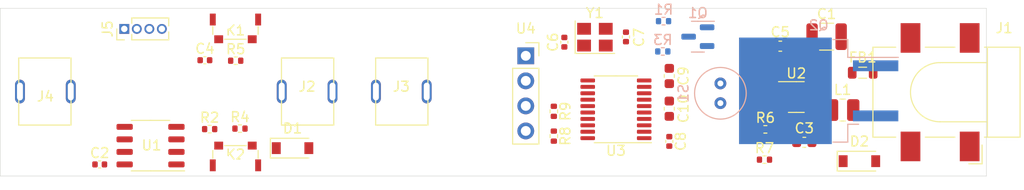
<source format=kicad_pcb>
(kicad_pcb (version 20211014) (generator pcbnew)
  (layers (0 "F.Cu" mixed) (31 "B.Cu" mixed) (34 "B.Paste" user) (35 "F.Paste" user) (36 "B.SilkS" user "B.Silkscreen") (37 "F.SilkS" user "F.Silkscreen") (38 "B.Mask" user) (39 "F.Mask" user) (44 "Edge.Cuts" user))
  (net 0 "")
  (net 1 "GND")
  (net 2 "+15V")
  (net 3 "/NRST")
  (net 4 "/TEMP_ADC")
  (net 5 "/Iron+")
  (net 6 "Net-(Q1-Pad3)")
  (net 7 "Net-(Q1-Pad1)")
  (net 8 "/PWM")
  (net 9 "+5V")
  (net 10 "/SDA")
  (net 11 "/SCL")
  (net 12 "/WAK_UP")
  (net 13 "/KEY1")
  (net 14 "/KEY2")
  (net 15 "Net-(C3-Pad2)")
  (net 16 "Net-(C3-Pad1)")
  (net 17 "Net-(C4-Pad2)")
  (net 18 "/HSE_IN")
  (net 19 "Net-(C9-Pad1)")
  (net 20 "Net-(FB1-Pad2)")
  (net 21 "/SWIM")
  (net 22 "Net-(R2-Pad1)")
  (net 23 "Net-(R6-Pad1)")
  (net 24 "/HSE_OUT")
  (footprint "ts100:Fuseholder_5x20mm_inline" (layer "F.Cu") (at 126.6476 100.9396 180)
    (fp_text reference "J2" (at 0 0.5) (layer "F.SilkS"))
    (fp_text value "Iron+")
    (fp_line (start -2.70002 -3.40106) (end -2.70002 3.40106) (layer "F.SilkS") (width 0.12))
    (fp_line (start 2.60096 3.40106) (end -2.70002 3.40106) (layer "F.SilkS") (width 0.12))
    (fp_line (start 2.60096 -3.40106) (end -2.70002 -3.40106) (layer "F.SilkS") (width 0.12))
    (fp_line (start 2.60096 -3.40106) (end 2.60096 3.40106) (layer "F.SilkS") (width 0.12))
    (pad "1" thru_hole oval (at 2.57556 0 180) (size 1.00076 2.4003) (drill oval 0.59944 1.79832) (layers *.Cu *.Mask) (net 5 "/Iron+"))
    (pad "1" thru_hole oval (at -2.57556 0 180) (size 1.00076 2.4003) (drill oval 0.59944 1.79832) (layers *.Cu *.Mask) (net 5 "/Iron+"))
  )
  (footprint "ts100:Fuseholder_5x20mm_inline" (layer "F.Cu") (at 136.198 100.9396 180)
    (fp_text reference "J3" (at 0 0.5) (layer "F.SilkS"))
    (fp_text value "Iron-")
    (fp_line (start 2.60096 3.40106) (end -2.70002 3.40106) (layer "F.SilkS") (width 0.12))
    (fp_line (start 2.60096 -3.40106) (end -2.70002 -3.40106) (layer "F.SilkS") (width 0.12))
    (fp_line (start 2.60096 -3.40106) (end 2.60096 3.40106) (layer "F.SilkS") (width 0.12))
    (fp_line (start -2.70002 -3.40106) (end -2.70002 3.40106) (layer "F.SilkS") (width 0.12))
    (pad "1" thru_hole oval (at -2.57556 0 180) (size 1.00076 2.4003) (drill oval 0.59944 1.79832) (layers *.Cu *.Mask) (net 1 "GND"))
    (pad "1" thru_hole oval (at 2.57556 0 180) (size 1.00076 2.4003) (drill oval 0.59944 1.79832) (layers *.Cu *.Mask) (net 1 "GND"))
  )
  (footprint "ts100:Fuseholder_5x20mm_inline" (layer "F.Cu") (at 100.1046 100.9396)
    (fp_text reference "J4" (at 0 0.5) (layer "F.SilkS"))
    (fp_text value "GND")
    (fp_line (start 2.60096 -3.40106) (end 2.60096 3.40106) (layer "F.SilkS") (width 0.12))
    (fp_line (start 2.60096 3.40106) (end -2.70002 3.40106) (layer "F.SilkS") (width 0.12))
    (fp_line (start -2.70002 -3.40106) (end -2.70002 3.40106) (layer "F.SilkS") (width 0.12))
    (fp_line (start 2.60096 -3.40106) (end -2.70002 -3.40106) (layer "F.SilkS") (width 0.12))
    (pad "1" thru_hole oval (at -2.57556 0) (size 1.00076 2.4003) (drill oval 0.59944 1.79832) (layers *.Cu *.Mask) (net 1 "GND"))
    (pad "1" thru_hole oval (at 2.57556 0) (size 1.00076 2.4003) (drill oval 0.59944 1.79832) (layers *.Cu *.Mask) (net 1 "GND"))
  )
  (footprint "Capacitor_SMD:C_0402_1005Metric" (layer "F.Cu") (at 105.6158 108.331)
    (fp_text reference "C2" (at 0 -1.16) (layer "F.SilkS"))
    (fp_text value "0.1u")
    (fp_line (start -0.107836 -0.36) (end 0.107836 -0.36) (layer "F.SilkS") (width 0.12))
    (fp_line (start -0.107836 0.36) (end 0.107836 0.36) (layer "F.SilkS") (width 0.12))
    (pad "1" smd roundrect (at -0.48 0) (size 0.56 0.62) (layers "F.Cu" "F.Paste" "F.Mask") (net 1 "GND"))
    (pad "2" smd roundrect (at 0.48 0) (size 0.56 0.62) (layers "F.Cu" "F.Paste" "F.Mask") (net 9 "+5V"))
  )
  (footprint "ts100:SMD,4.6x1.82x3.5mm" (layer "F.Cu") (at 119.38 107.823 180)
    (fp_text reference "K2" (at 0 0.5) (layer "F.SilkS"))
    (fp_text value "TMP_DOWN")
    (fp_line (start -1.1 1.4) (end 1.1 1.4) (layer "F.SilkS") (width 0.12))
    (fp_line (start 2.3 0.1) (end 2.3 0.9) (layer "F.SilkS") (width 0.12))
    (fp_line (start -2.3 0.1) (end -2.3 0.9) (layer "F.SilkS") (width 0.12))
    (pad "" np_thru_hole circle locked (at -0.85 0 180) (size 0.7 0.7) (drill 0.7) (layers *.Cu *.Mask))
    (pad "" np_thru_hole circle locked (at 0.85 0 180) (size 0.7 0.7) (drill 0.7) (layers *.Cu *.Mask))
    (pad "1" smd rect locked (at 2.3 -0.6 180) (size 0.6 1.2) (layers "F.Cu" "F.Paste" "F.Mask") (net 14 "/KEY2"))
    (pad "2" smd rect locked (at -2.3 -0.6 180) (size 0.6 1.2) (layers "F.Cu" "F.Paste" "F.Mask") (net 1 "GND"))
    (pad "3" smd rect locked (at -1.7 1.4 180) (size 0.9 0.8) (layers "F.Cu" "F.Paste" "F.Mask"))
    (pad "4" smd rect locked (at 1.7 1.4 180) (size 0.9 0.8) (layers "F.Cu" "F.Paste" "F.Mask"))
  )
  (footprint "Capacitor_SMD:C_0402_1005Metric" (layer "F.Cu") (at 116.2812 97.7646)
    (fp_text reference "C4" (at 0 -1.16) (layer "F.SilkS"))
    (fp_text value "2.2n")
    (fp_line (start -0.107836 0.36) (end 0.107836 0.36) (layer "F.SilkS") (width 0.12))
    (fp_line (start -0.107836 -0.36) (end 0.107836 -0.36) (layer "F.SilkS") (width 0.12))
    (pad "1" smd roundrect (at -0.48 0) (size 0.56 0.62) (layers "F.Cu" "F.Paste" "F.Mask") (net 1 "GND"))
    (pad "2" smd roundrect (at 0.48 0) (size 0.56 0.62) (layers "F.Cu" "F.Paste" "F.Mask") (net 17 "Net-(C4-Pad2)"))
  )
  (footprint "Resistor_SMD:R_0402_1005Metric" (layer "F.Cu") (at 173.0248 107.8484)
    (fp_text reference "R7" (at 0 -1.17) (layer "F.SilkS"))
    (fp_text value "13k 1%")
    (fp_line (start -0.153641 0.38) (end 0.153641 0.38) (layer "F.SilkS") (width 0.12))
    (fp_line (start -0.153641 -0.38) (end 0.153641 -0.38) (layer "F.SilkS") (width 0.12))
    (pad "1" smd roundrect (at -0.51 0) (size 0.54 0.64) (layers "F.Cu" "F.Paste" "F.Mask") (net 1 "GND"))
    (pad "2" smd roundrect (at 0.51 0) (size 0.54 0.64) (layers "F.Cu" "F.Paste" "F.Mask") (net 23 "Net-(R6-Pad1)"))
  )
  (footprint "ts100:SMD,4.6x1.82x3.5mm" (layer "F.Cu") (at 119.38 94.2388)
    (fp_text reference "K1" (at 0 0.5) (layer "F.SilkS"))
    (fp_text value "TMP_UP")
    (fp_line (start 2.3 0.1) (end 2.3 0.9) (layer "F.SilkS") (width 0.12))
    (fp_line (start -1.1 1.4) (end 1.1 1.4) (layer "F.SilkS") (width 0.12))
    (fp_line (start -2.3 0.1) (end -2.3 0.9) (layer "F.SilkS") (width 0.12))
    (pad "" np_thru_hole circle locked (at -0.85 0) (size 0.7 0.7) (drill 0.7) (layers *.Cu *.Mask))
    (pad "" np_thru_hole circle locked (at 0.85 0) (size 0.7 0.7) (drill 0.7) (layers *.Cu *.Mask))
    (pad "1" smd rect locked (at 2.3 -0.6) (size 0.6 1.2) (layers "F.Cu" "F.Paste" "F.Mask") (net 13 "/KEY1"))
    (pad "2" smd rect locked (at -2.3 -0.6) (size 0.6 1.2) (layers "F.Cu" "F.Paste" "F.Mask") (net 1 "GND"))
    (pad "3" smd rect locked (at -1.7 1.4) (size 0.9 0.8) (layers "F.Cu" "F.Paste" "F.Mask"))
    (pad "4" smd rect locked (at 1.7 1.4) (size 0.9 0.8) (layers "F.Cu" "F.Paste" "F.Mask"))
  )
  (footprint "Capacitor_SMD:C_0603_1608Metric" (layer "F.Cu") (at 163.3728 102.6795 -90)
    (fp_text reference "C10" (at 0 -1.43 90) (layer "F.SilkS"))
    (fp_text value "0.1u")
    (fp_line (start -0.14058 -0.51) (end 0.14058 -0.51) (layer "F.SilkS") (width 0.12))
    (fp_line (start -0.14058 0.51) (end 0.14058 0.51) (layer "F.SilkS") (width 0.12))
    (pad "1" smd roundrect (at -0.775 0 270) (size 0.9 0.95) (layers "F.Cu" "F.Paste" "F.Mask") (net 1 "GND"))
    (pad "2" smd roundrect (at 0.775 0 270) (size 0.9 0.95) (layers "F.Cu" "F.Paste" "F.Mask") (net 9 "+5V"))
  )
  (footprint "Diode_SMD:D_SOD-123" (layer "F.Cu") (at 125.1712 106.68)
    (fp_text reference "D1" (at 0 -2) (layer "F.SilkS"))
    (fp_text value "1N5819")
    (fp_line (start -2.25 1) (end 1.65 1) (layer "F.SilkS") (width 0.12))
    (fp_line (start -2.25 -1) (end 1.65 -1) (layer "F.SilkS") (width 0.12))
    (fp_line (start -2.25 -1) (end -2.25 1) (layer "F.SilkS") (width 0.12))
    (pad "1" smd rect (at -1.65 0) (size 0.9 1.2) (layers "F.Cu" "F.Paste" "F.Mask") (net 17 "Net-(C4-Pad2)"))
    (pad "2" smd rect (at 1.65 0) (size 0.9 1.2) (layers "F.Cu" "F.Paste" "F.Mask") (net 1 "GND"))
  )
  (footprint "Capacitor_SMD:C_0402_1005Metric" (layer "F.Cu") (at 163.3728 105.9942 -90)
    (fp_text reference "C8" (at 0 -1.16 -90) (layer "F.SilkS"))
    (fp_text value "0.1u")
    (fp_line (start -0.107836 -0.36) (end 0.107836 -0.36) (layer "F.SilkS") (width 0.12))
    (fp_line (start -0.107836 0.36) (end 0.107836 0.36) (layer "F.SilkS") (width 0.12))
    (pad "1" smd roundrect (at -0.48 0 270) (size 0.56 0.62) (layers "F.Cu" "F.Paste" "F.Mask") (net 1 "GND"))
    (pad "2" smd roundrect (at 0.48 0 270) (size 0.56 0.62) (layers "F.Cu" "F.Paste" "F.Mask") (net 3 "/NRST"))
  )
  (footprint "Resistor_SMD:R_0402_1005Metric" (layer "F.Cu") (at 116.7638 104.7496)
    (fp_text reference "R2" (at 0 -1.17) (layer "F.SilkS"))
    (fp_text value "200k")
    (fp_line (start -0.153641 -0.38) (end 0.153641 -0.38) (layer "F.SilkS") (width 0.12))
    (fp_line (start -0.153641 0.38) (end 0.153641 0.38) (layer "F.SilkS") (width 0.12))
    (pad "1" smd roundrect (at -0.51 0) (size 0.54 0.64) (layers "F.Cu" "F.Paste" "F.Mask") (net 22 "Net-(R2-Pad1)"))
    (pad "2" smd roundrect (at 0.51 0) (size 0.54 0.64) (layers "F.Cu" "F.Paste" "F.Mask") (net 4 "/TEMP_ADC"))
  )
  (footprint "Capacitor_SMD:C_1210_3225Metric" (layer "F.Cu") (at 179.324 95.377)
    (fp_text reference "C1" (at 0 -2.3) (layer "F.SilkS"))
    (fp_text value "10u 50V")
    (fp_line (start -0.711252 -1.36) (end 0.711252 -1.36) (layer "F.SilkS") (width 0.12))
    (fp_line (start -0.711252 1.36) (end 0.711252 1.36) (layer "F.SilkS") (width 0.12))
    (pad "1" smd roundrect (at -1.475 0) (size 1.15 2.7) (layers "F.Cu" "F.Paste" "F.Mask") (roundrect_rratio 0.217391) (net 2 "+15V"))
    (pad "2" smd roundrect (at 1.475 0) (size 1.15 2.7) (layers "F.Cu" "F.Paste" "F.Mask") (roundrect_rratio 0.217391) (net 1 "GND"))
  )
  (footprint "Capacitor_SMD:C_0603_1608Metric" (layer "F.Cu") (at 174.625 96.3422)
    (fp_text reference "C5" (at 0 -1.43) (layer "F.SilkS"))
    (fp_text value "22u 6.3V")
    (fp_line (start -0.14058 -0.51) (end 0.14058 -0.51) (layer "F.SilkS") (width 0.12))
    (fp_line (start -0.14058 0.51) (end 0.14058 0.51) (layer "F.SilkS") (width 0.12))
    (pad "1" smd roundrect (at -0.775 0) (size 0.9 0.95) (layers "F.Cu" "F.Paste" "F.Mask") (net 9 "+5V"))
    (pad "2" smd roundrect (at 0.775 0) (size 0.9 0.95) (layers "F.Cu" "F.Paste" "F.Mask") (net 1 "GND"))
  )
  (footprint "Resistor_SMD:R_0402_1005Metric" (layer "F.Cu") (at 173.1142 104.775)
    (fp_text reference "R6" (at 0 -1.17) (layer "F.SilkS"))
    (fp_text value "68k 1%")
    (fp_line (start -0.153641 -0.38) (end 0.153641 -0.38) (layer "F.SilkS") (width 0.12))
    (fp_line (start -0.153641 0.38) (end 0.153641 0.38) (layer "F.SilkS") (width 0.12))
    (pad "1" smd roundrect (at -0.51 0) (size 0.54 0.64) (layers "F.Cu" "F.Paste" "F.Mask") (net 23 "Net-(R6-Pad1)"))
    (pad "2" smd roundrect (at 0.51 0) (size 0.54 0.64) (layers "F.Cu" "F.Paste" "F.Mask") (net 9 "+5V"))
  )
  (footprint "Connector_PinSocket_2.54mm:PinSocket_1x04_P2.54mm_Vertical" (layer "F.Cu") (at 148.8182 97.3174)
    (fp_text reference "U4" (at 0 -2.77) (layer "F.SilkS"))
    (fp_text value "128x32 OLED")
    (fp_line (start -1.33 8.95) (end 1.33 8.95) (layer "F.SilkS") (width 0.12))
    (fp_line (start 1.33 1.27) (end 1.33 8.95) (layer "F.SilkS") (width 0.12))
    (fp_line (start -1.33 1.27) (end 1.33 1.27) (layer "F.SilkS") (width 0.12))
    (fp_line (start 0 -1.33) (end 1.33 -1.33) (layer "F.SilkS") (width 0.12))
    (fp_line (start 1.33 -1.33) (end 1.33 0) (layer "F.SilkS") (width 0.12))
    (fp_line (start -1.33 1.27) (end -1.33 8.95) (layer "F.SilkS") (width 0.12))
    (pad "1" thru_hole rect (at 0 0) (size 1.7 1.7) (drill 1) (layers *.Cu *.Mask) (net 1 "GND"))
    (pad "2" thru_hole oval (at 0 2.54) (size 1.7 1.7) (drill 1) (layers *.Cu *.Mask) (net 9 "+5V"))
    (pad "3" thru_hole oval (at 0 5.08) (size 1.7 1.7) (drill 1) (layers *.Cu *.Mask) (net 11 "/SCL"))
    (pad "4" thru_hole oval (at 0 7.62) (size 1.7 1.7) (drill 1) (layers *.Cu *.Mask) (net 10 "/SDA"))
  )
  (footprint "Connector_BarrelJack:BarrelJack_CLIFF_FC681465S_SMT_Horizontal" (layer "F.Cu") (at 190.8302 101.0068 180)
    (fp_text reference "J1" (at -6.5 6.5) (layer "F.SilkS"))
    (fp_text value "Jack-DC")
    (fp_line (start -1.5 -4.56) (end 1.5 -4.56) (layer "F.SilkS") (width 0.12))
    (fp_line (start -8.11 4.56) (end -8.11 -4.56) (layer "F.SilkS") (width 0.12))
    (fp_line (start -8.11 4.56) (end -4.5 4.56) (layer "F.SilkS") (width 0.12))
    (fp_line (start 4.5 4.56) (end 6.81 4.56) (layer "F.SilkS") (width 0.12))
    (fp_line (start -4.8 4.56) (end -4.8 -4.56) (layer "F.SilkS") (width 0.12))
    (fp_line (start -4.8 -3) (end 0 -3) (layer "F.SilkS") (width 0.12))
    (fp_line (start -2.92 -7.26) (end -4.26 -7.26) (layer "F.SilkS") (width 0.12))
    (fp_line (start -4.26 -7.26) (end -4.26 -5.36) (layer "F.SilkS") (width 0.12))
    (fp_line (start 4.5 -4.56) (end 6.81 -4.56) (layer "F.SilkS") (width 0.12))
    (fp_line (start -4.8 3) (end 0 3) (layer "F.SilkS") (width 0.12))
    (fp_line (start 6.81 4.56) (end 6.81 -4.56) (layer "F.SilkS") (width 0.12))
    (fp_line (start -1.5 4.56) (end 1.5 4.56) (layer "F.SilkS") (width 0.12))
    (fp_line (start -8.11 -4.56) (end -4.5 -4.56) (layer "F.SilkS") (width 0.12))
    (fp_arc (start 0 -3) (mid 3 0) (end 0 3) (layer "F.SilkS") (width 0.12))
    (pad "" np_thru_hole circle (at 1.5 0 270) (size 2 2) (drill 2) (layers *.Cu *.Mask))
    (pad "" np_thru_hole oval (at -2.9 0 270) (size 2 1.5) (drill oval 2 1.5) (layers *.Cu *.Mask))
    (pad "1" smd rect (at -3 -5.5 270) (size 3 2) (layers "F.Cu" "F.Paste" "F.Mask") (net 20 "Net-(FB1-Pad2)"))
    (pad "1" smd rect (at 3 -5.5 270) (size 3 2) (layers "F.Cu" "F.Paste" "F.Mask") (net 20 "Net-(FB1-Pad2)"))
    (pad "2" smd rect (at 3 5.5 270) (size 3 2) (layers "F.Cu" "F.Paste" "F.Mask") (net 1 "GND"))
    (pad "3" smd rect (at -3 5.5 270) (size 3 2) (layers "F.Cu" "F.Paste" "F.Mask"))
  )
  (footprint "Resistor_SMD:R_0402_1005Metric" (layer "F.Cu") (at 119.4054 97.8154)
    (fp_text reference "R5" (at 0 -1.17) (layer "F.SilkS"))
    (fp_text value "10k")
    (fp_line (start -0.153641 -0.38) (end 0.153641 -0.38) (layer "F.SilkS") (width 0.12))
    (fp_line (start -0.153641 0.38) (end 0.153641 0.38) (layer "F.SilkS") (width 0.12))
    (pad "1" smd roundrect (at -0.51 0) (size 0.54 0.64) (layers "F.Cu" "F.Paste" "F.Mask") (net 5 "/Iron+"))
    (pad "2" smd roundrect (at 0.51 0) (size 0.54 0.64) (layers "F.Cu" "F.Paste" "F.Mask") (net 17 "Net-(C4-Pad2)"))
  )
  (footprint "Package_TO_SOT_SMD:SOT-23-6" (layer "F.Cu") (at 176.2506 101.4984)
    (fp_text reference "U2" (at 0 -2.4) (layer "F.SilkS"))
    (fp_text value "MP2359DJ-LF-Z")
    (fp_line (start 0 1.56) (end -0.8 1.56) (layer "F.SilkS") (width 0.12))
    (fp_line (start 0 1.56) (end 0.8 1.56) (layer "F.SilkS") (width 0.12))
    (fp_line (start 0 -1.56) (end -1.8 -1.56) (layer "F.SilkS") (width 0.12))
    (fp_line (start 0 -1.56) (end 0.8 -1.56) (layer "F.SilkS") (width 0.12))
    (pad "1" smd roundrect (at -1.1375 -0.95) (size 1.325 0.6) (layers "F.Cu" "F.Paste" "F.Mask") (net 15 "Net-(C3-Pad2)"))
    (pad "2" smd roundrect (at -1.1375 0) (size 1.325 0.6) (layers "F.Cu" "F.Paste" "F.Mask") (net 1 "GND"))
    (pad "3" smd roundrect (at -1.1375 0.95) (size 1.325 0.6) (layers "F.Cu" "F.Paste" "F.Mask") (net 23 "Net-(R6-Pad1)"))
    (pad "4" smd roundrect (at 1.1375 0.95) (size 1.325 0.6) (layers "F.Cu" "F.Paste" "F.Mask") (net 2 "+15V"))
    (pad "5" smd roundrect (at 1.1375 0) (size 1.325 0.6) (layers "F.Cu" "F.Paste" "F.Mask") (net 2 "+15V"))
    (pad "6" smd roundrect (at 1.1375 -0.95) (size 1.325 0.6) (layers "F.Cu" "F.Paste" "F.Mask") (net 16 "Net-(C3-Pad1)"))
  )
  (footprint "Package_SO:TSSOP-20_4.4x6.5mm_P0.65mm" (layer "F.Cu") (at 157.9626 102.743 180)
    (fp_text reference "U3" (at 0 -4.2) (layer "F.SilkS"))
    (fp_text value "STM8S103F3")
    (fp_line (start 0 -3.385) (end 2.2 -3.385) (layer "F.SilkS") (width 0.12))
    (fp_line (start 0 3.385) (end 2.2 3.385) (layer "F.SilkS") (width 0.12))
    (fp_line (start 0 -3.385) (end -3.6 -3.385) (layer "F.SilkS") (width 0.12))
    (fp_line (start 0 3.385) (end -2.2 3.385) (layer "F.SilkS") (width 0.12))
    (pad "1" smd roundrect (at -2.8625 -2.925 180) (size 1.475 0.4) (layers "F.Cu" "F.Paste" "F.Mask") (net 13 "/KEY1"))
    (pad "2" smd roundrect (at -2.8625 -2.275 180) (size 1.475 0.4) (layers "F.Cu" "F.Paste" "F.Mask") (net 14 "/KEY2"))
    (pad "3" smd roundrect (at -2.8625 -1.625 180) (size 1.475 0.4) (layers "F.Cu" "F.Paste" "F.Mask") (net 12 "/WAK_UP"))
    (pad "4" smd roundrect (at -2.8625 -0.975 180) (size 1.475 0.4) (layers "F.Cu" "F.Paste" "F.Mask") (net 3 "/NRST"))
    (pad "5" smd roundrect (at -2.8625 -0.325 180) (size 1.475 0.4) (layers "F.Cu" "F.Paste" "F.Mask") (net 18 "/HSE_IN"))
    (pad "6" smd roundrect (at -2.8625 0.325 180) (size 1.475 0.4) (layers "F.Cu" "F.Paste" "F.Mask") (net 24 "/HSE_OUT"))
    (pad "7" smd roundrect (at -2.8625 0.975 180) (size 1.475 0.4) (layers "F.Cu" "F.Paste" "F.Mask") (net 1 "GND"))
    (pad "8" smd roundrect (at -2.8625 1.625 180) (size 1.475 0.4) (layers "F.Cu" "F.Paste" "F.Mask") (net 19 "Net-(C9-Pad1)"))
    (pad "9" smd roundrect (at -2.8625 2.275 180) (size 1.475 0.4) (layers "F.Cu" "F.Paste" "F.Mask") (net 9 "+5V"))
    (pad "10" smd roundrect (at -2.8625 2.925 180) (size 1.475 0.4) (layers "F.Cu" "F.Paste" "F.Mask") (net 8 "/PWM"))
    (pad "11" smd roundrect (at 2.8625 2.925 180) (size 1.475 0.4) (layers "F.Cu" "F.Paste" "F.Mask") (net 10 "/SDA"))
    (pad "12" smd roundrect (at 2.8625 2.275 180) (size 1.475 0.4) (layers "F.Cu" "F.Paste" "F.Mask") (net 11 "/SCL"))
    (pad "13" smd roundrect (at 2.8625 1.625 180) (size 1.475 0.4) (layers "F.Cu" "F.Paste" "F.Mask"))
    (pad "14" smd roundrect (at 2.8625 0.975 180) (size 1.475 0.4) (layers "F.Cu" "F.Paste" "F.Mask"))
    (pad "15" smd roundrect (at 2.8625 0.325 180) (size 1.475 0.4) (layers "F.Cu" "F.Paste" "F.Mask"))
    (pad "16" smd roundrect (at 2.8625 -0.325 180) (size 1.475 0.4) (layers "F.Cu" "F.Paste" "F.Mask"))
    (pad "17" smd roundrect (at 2.8625 -0.975 180) (size 1.475 0.4) (layers "F.Cu" "F.Paste" "F.Mask"))
    (pad "18" smd roundrect (at 2.8625 -1.625 180) (size 1.475 0.4) (layers "F.Cu" "F.Paste" "F.Mask") (net 21 "/SWIM"))
    (pad "19" smd roundrect (at 2.8625 -2.275 180) (size 1.475 0.4) (layers "F.Cu" "F.Paste" "F.Mask") (net 4 "/TEMP_ADC"))
    (pad "20" smd roundrect (at 2.8625 -2.925 180) (size 1.475 0.4) (layers "F.Cu" "F.Paste" "F.Mask"))
  )
  (footprint "Resistor_SMD:R_0402_1005Metric" (layer "F.Cu") (at 119.8372 104.6988)
    (fp_text reference "R4" (at 0 -1.17) (layer "F.SilkS"))
    (fp_text value "1k")
    (fp_line (start -0.153641 -0.38) (end 0.153641 -0.38) (layer "F.SilkS") (width 0.12))
    (fp_line (start -0.153641 0.38) (end 0.153641 0.38) (layer "F.SilkS") (width 0.12))
    (pad "1" smd roundrect (at -0.51 0) (size 0.54 0.64) (layers "F.Cu" "F.Paste" "F.Mask") (net 1 "GND"))
    (pad "2" smd roundrect (at 0.51 0) (size 0.54 0.64) (layers "F.Cu" "F.Paste" "F.Mask") (net 22 "Net-(R2-Pad1)"))
  )
  (footprint "Diode_SMD:D_SOD-123" (layer "F.Cu") (at 182.6514 108.0008)
    (fp_text reference "D2" (at 0 -2) (layer "F.SilkS"))
    (fp_text value "B5819W")
    (fp_line (start -2.25 -1) (end -2.25 1) (layer "F.SilkS") (width 0.12))
    (fp_line (start -2.25 -1) (end 1.65 -1) (layer "F.SilkS") (width 0.12))
    (fp_line (start -2.25 1) (end 1.65 1) (layer "F.SilkS") (width 0.12))
    (pad "1" smd rect (at -1.65 0) (size 0.9 1.2) (layers "F.Cu" "F.Paste" "F.Mask") (net 16 "Net-(C3-Pad1)"))
    (pad "2" smd rect (at 1.65 0) (size 0.9 1.2) (layers "F.Cu" "F.Paste" "F.Mask") (net 1 "GND"))
  )
  (footprint "Inductor_SMD:L_0805_2012Metric" (layer "F.Cu") (at 182.9816 99.0346)
    (fp_text reference "FB1" (at 0 -1.55) (layer "F.SilkS"))
    (fp_text value "600@100MHz")
    (fp_line (start -0.399622 0.56) (end 0.399622 0.56) (layer "F.SilkS") (width 0.12))
    (fp_line (start -0.399622 -0.56) (end 0.399622 -0.56) (layer "F.SilkS") (width 0.12))
    (pad "1" smd roundrect (at -1.0625 0) (size 0.875 1.2) (layers "F.Cu" "F.Paste" "F.Mask") (net 2 "+15V"))
    (pad "2" smd roundrect (at 1.0625 0) (size 0.875 1.2) (layers "F.Cu" "F.Paste" "F.Mask") (net 20 "Net-(FB1-Pad2)"))
  )
  (footprint "Inductor_SMD:L_1008_2520Metric" (layer "F.Cu") (at 180.9496 102.8192)
    (fp_text reference "L1" (at 0 -2.05) (layer "F.SilkS"))
    (fp_text value "6.8u")
    (fp_line (start -0.261252 1.11) (end 0.261252 1.11) (layer "F.SilkS") (width 0.12))
    (fp_line (start -0.261252 -1.11) (end 0.261252 -1.11) (layer "F.SilkS") (width 0.12))
    (pad "1" smd roundrect (at -1.075 0) (size 1.25 2.2) (layers "F.Cu" "F.Paste" "F.Mask") (roundrect_rratio 0.2) (net 16 "Net-(C3-Pad1)"))
    (pad "2" smd roundrect (at 1.075 0) (size 1.25 2.2) (layers "F.Cu" "F.Paste" "F.Mask") (roundrect_rratio 0.2) (net 9 "+5V"))
  )
  (footprint "Connector_PinHeader_1.27mm:PinHeader_1x04_P1.27mm_Vertical" (layer "F.Cu") (at 108.1074 94.5896 90)
    (fp_text reference "J5" (at 0 -1.695 90) (layer "F.SilkS"))
    (fp_text value "Debug")
    (fp_line (start -1.11 -0.76) (end 0 -0.76) (layer "F.SilkS") (width 0.12))
    (fp_line (start 1.11 0.76) (end 1.11 4.505) (layer "F.SilkS") (width 0.12))
    (fp_line (start -1.11 0.76) (end -1.11 4.505) (layer "F.SilkS") (width 0.12))
    (fp_line (start -1.11 0) (end -1.11 -0.76) (layer "F.SilkS") (width 0.12))
    (fp_line (start -1.11 0.76) (end -0.563471 0.76) (layer "F.SilkS") (width 0.12))
    (fp_line (start 0.30753 4.505) (end 1.11 4.505) (layer "F.SilkS") (width 0.12))
    (fp_line (start 0.563471 0.76) (end 1.11 0.76) (layer "F.SilkS") (width 0.12))
    (fp_line (start -1.11 4.505) (end -0.30753 4.505) (layer "F.SilkS") (width 0.12))
    (pad "1" thru_hole rect (at 0 0 90) (size 1 1) (drill 0.65) (layers *.Cu *.Mask) (net 9 "+5V"))
    (pad "2" thru_hole oval (at 0 1.27 90) (size 1 1) (drill 0.65) (layers *.Cu *.Mask) (net 21 "/SWIM"))
    (pad "3" thru_hole oval (at 0 2.54 90) (size 1 1) (drill 0.65) (layers *.Cu *.Mask) (net 1 "GND"))
    (pad "4" thru_hole oval (at 0 3.81 90) (size 1 1) (drill 0.65) (layers *.Cu *.Mask) (net 3 "/NRST"))
  )
  (footprint "Capacitor_SMD:C_0402_1005Metric" (layer "F.Cu") (at 158.9786 95.4024 90)
    (fp_text reference "C7" (at -0.0508 1.3208 90) (layer "F.SilkS"))
    (fp_text value "12p")
    (fp_line (start -0.107836 -0.36) (end 0.107836 -0.36) (layer "F.SilkS") (width 0.12))
    (fp_line (start -0.107836 0.36) (end 0.107836 0.36) (layer "F.SilkS") (width 0.12))
    (pad "1" smd roundrect (at -0.48 0 90) (size 0.56 0.62) (layers "F.Cu" "F.Paste" "F.Mask") (net 24 "/HSE_OUT"))
    (pad "2" smd roundrect (at 0.48 0 90) (size 0.56 0.62) (layers "F.Cu" "F.Paste" "F.Mask") (net 1 "GND"))
  )
  (footprint "Crystal:Crystal_SMD_3225-4Pin_3.2x2.5mm" (layer "F.Cu") (at 155.829 95.4278)
    (fp_text reference "Y1" (at 0 -2.45) (layer "F.SilkS"))
    (fp_text value "16M")
    (fp_line (start -2 -1.65) (end -2 1.65) (layer "F.SilkS") (width 0.12))
    (fp_line (start -2 1.65) (end 2 1.65) (layer "F.SilkS") (width 0.12))
    (pad "1" smd rect (at -1.1 0.85) (size 1.4 1.2) (layers "F.Cu" "F.Paste" "F.Mask") (net 18 "/HSE_IN"))
    (pad "2" smd rect (at 1.1 0.85) (size 1.4 1.2) (layers "F.Cu" "F.Paste" "F.Mask") (net 1 "GND"))
    (pad "3" smd rect (at 1.1 -0.85) (size 1.4 1.2) (layers "F.Cu" "F.Paste" "F.Mask") (net 24 "/HSE_OUT"))
    (pad "4" smd rect (at -1.1 -0.85) (size 1.4 1.2) (layers "F.Cu" "F.Paste" "F.Mask") (net 1 "GND"))
  )
  (footprint "Capacitor_SMD:C_0603_1608Metric" (layer "F.Cu") (at 177.0634 106.0958)
    (fp_text reference "C3" (at 0 -1.43) (layer "F.SilkS"))
    (fp_text value "10n")
    (fp_line (start -0.14058 0.51) (end 0.14058 0.51) (layer "F.SilkS") (width 0.12))
    (fp_line (start -0.14058 -0.51) (end 0.14058 -0.51) (layer "F.SilkS") (width 0.12))
    (pad "1" smd roundrect (at -0.775 0) (size 0.9 0.95) (layers "F.Cu" "F.Paste" "F.Mask") (net 16 "Net-(C3-Pad1)"))
    (pad "2" smd roundrect (at 0.775 0) (size 0.9 0.95) (layers "F.Cu" "F.Paste" "F.Mask") (net 15 "Net-(C3-Pad2)"))
  )
  (footprint "Resistor_SMD:R_0402_1005Metric" (layer "F.Cu") (at 151.6634 105.4608 -90)
    (fp_text reference "R8" (at 0 -1.17 90) (layer "F.SilkS"))
    (fp_text value "4k7")
    (fp_line (start -0.153641 0.38) (end 0.153641 0.38) (layer "F.SilkS") (width 0.12))
    (fp_line (start -0.153641 -0.38) (end 0.153641 -0.38) (layer "F.SilkS") (width 0.12))
    (pad "1" smd roundrect (at -0.51 0 270) (size 0.54 0.64) (layers "F.Cu" "F.Paste" "F.Mask") (net 10 "/SDA"))
    (pad "2" smd roundrect (at 0.51 0 270) (size 0.54 0.64) (layers "F.Cu" "F.Paste" "F.Mask") (net 9 "+5V"))
  )
  (footprint "Capacitor_SMD:C_0402_1005Metric" (layer "F.Cu") (at 152.7302 95.9358 90)
    (fp_text reference "C6" (at 0 -1.16 90) (layer "F.SilkS"))
    (fp_text value "12p")
    (fp_line (start -0.107836 0.36) (end 0.107836 0.36) (layer "F.SilkS") (width 0.12))
    (fp_line (start -0.107836 -0.36) (end 0.107836 -0.36) (layer "F.SilkS") (width 0.12))
    (pad "1" smd roundrect (at -0.48 0 90) (size 0.56 0.62) (layers "F.Cu" "F.Paste" "F.Mask") (net 18 "/HSE_IN"))
    (pad "2" smd roundrect (at 0.48 0 90) (size 0.56 0.62) (layers "F.Cu" "F.Paste" "F.Mask") (net 1 "GND"))
  )
  (footprint "Capacitor_SMD:C_0603_1608Metric" (layer "F.Cu") (at 163.3728 99.3648 -90)
    (fp_text reference "C9" (at 0 -1.43 90) (layer "F.SilkS"))
    (fp_text value "1u")
    (fp_line (start -0.14058 -0.51) (end 0.14058 -0.51) (layer "F.SilkS") (width 0.12))
    (fp_line (start -0.14058 0.51) (end 0.14058 0.51) (layer "F.SilkS") (width 0.12))
    (pad "1" smd roundrect (at -0.775 0 270) (size 0.9 0.95) (layers "F.Cu" "F.Paste" "F.Mask") (net 19 "Net-(C9-Pad1)"))
    (pad "2" smd roundrect (at 0.775 0 270) (size 0.9 0.95) (layers "F.Cu" "F.Paste" "F.Mask") (net 1 "GND"))
  )
  (footprint "Package_SO:SOP-8_3.9x4.9mm_P1.27mm" (layer "F.Cu") (at 110.7694 106.426 180)
    (fp_text reference "U1" (at -0.1016 0.0254) (layer "F.SilkS"))
    (fp_text value "LM358G-S08-R")
    (fp_line (start 0 -2.56) (end -3.45 -2.56) (layer "F.SilkS") (width 0.12))
    (fp_line (start 0 2.56) (end 1.95 2.56) (layer "F.SilkS") (width 0.12))
    (fp_line (start 0 2.56) (end -1.95 2.56) (layer "F.SilkS") (width 0.12))
    (fp_line (start 0 -2.56) (end 1.95 -2.56) (layer "F.SilkS") (width 0.12))
    (pad "1" smd roundrect (at -2.625 -1.905 180) (size 1.65 0.6) (layers "F.Cu" "F.Paste" "F.Mask") (net 4 "/TEMP_ADC"))
    (pad "2" smd roundrect (at -2.625 -0.635 180) (size 1.65 0.6) (layers "F.Cu" "F.Paste" "F.Mask") (net 22 "Net-(R2-Pad1)"))
    (pad "3" smd roundrect (at -2.625 0.635 180) (size 1.65 0.6) (layers "F.Cu" "F.Paste" "F.Mask") (net 17 "Net-(C4-Pad2)"))
    (pad "4" smd roundrect (at -2.625 1.905 180) (size 1.65 0.6) (layers "F.Cu" "F.Paste" "F.Mask") (net 1 "GND"))
    (pad "5" smd roundrect (at 2.625 1.905 180) (size 1.65 0.6) (layers "F.Cu" "F.Paste" "F.Mask"))
    (pad "6" smd roundrect (at 2.625 0.635 180) (size 1.65 0.6) (layers "F.Cu" "F.Paste" "F.Mask"))
    (pad "7" smd roundrect (at 2.625 -0.635 180) (size 1.65 0.6) (layers "F.Cu" "F.Paste" "F.Mask"))
    (pad "8" smd roundrect (at 2.625 -1.905 180) (size 1.65 0.6) (layers "F.Cu" "F.Paste" "F.Mask") (net 9 "+5V"))
  )
  (footprint "Resistor_SMD:R_0402_1005Metric" (layer "F.Cu") (at 151.6634 102.9462 -90)
    (fp_text reference "R9" (at 0 -1.17 90) (layer "F.SilkS"))
    (fp_text value "4k7")
    (fp_line (start -0.153641 0.38) (end 0.153641 0.38) (layer "F.SilkS") (width 0.12))
    (fp_line (start -0.153641 -0.38) (end 0.153641 -0.38) (layer "F.SilkS") (width 0.12))
    (pad "1" smd roundrect (at -0.51 0 270) (size 0.54 0.64) (layers "F.Cu" "F.Paste" "F.Mask") (net 11 "/SCL"))
    (pad "2" smd roundrect (at 0.51 0 270) (size 0.54 0.64) (layers "F.Cu" "F.Paste" "F.Mask") (net 9 "+5V"))
  )
  (footprint "Resistor_SMD:R_0402_1005Metric" (layer "B.Cu") (at 162.7124 96.8756 180)
    (fp_text reference "R3" (at 0 1.17) (layer "B.SilkS") (effects (justify mirror)))
    (fp_text value "10k")
    (fp_line (start -0.153641 -0.38) (end 0.153641 -0.38) (layer "B.SilkS") (width 0.12))
    (fp_line (start -0.153641 0.38) (end 0.153641 0.38) (layer "B.SilkS") (width 0.12))
    (pad "1" smd roundrect (at -0.51 0 180) (size 0.54 0.64) (layers "B.Cu" "B.Paste" "B.Mask") (net 2 "+15V"))
    (pad "2" smd roundrect (at 0.51 0 180) (size 0.54 0.64) (layers "B.Cu" "B.Paste" "B.Mask") (net 6 "Net-(Q1-Pad3)"))
  )
  (footprint "Package_TO_SOT_SMD:SOT-23" (layer "B.Cu") (at 166.2684 95.377 180)
    (fp_text reference "Q1" (at 0 2.4) (layer "B.SilkS") (effects (justify mirror)))
    (fp_text value "2SC3356")
    (fp_line (start 0 1.56) (end -1.675 1.56) (layer "B.SilkS") (width 0.12))
    (fp_line (start 0 -1.56) (end -0.65 -1.56) (layer "B.SilkS") (width 0.12))
    (fp_line (start 0 -1.56) (end 0.65 -1.56) (layer "B.SilkS") (width 0.12))
    (fp_line (start 0 1.56) (end 0.65 1.56) (layer "B.SilkS") (width 0.12))
    (pad "1" smd roundrect (at -0.9375 0.95 180) (size 1.475 0.6) (layers "B.Cu" "B.Paste" "B.Mask") (net 7 "Net-(Q1-Pad1)"))
    (pad "2" smd roundrect (at -0.9375 -0.95 180) (size 1.475 0.6) (layers "B.Cu" "B.Paste" "B.Mask") (net 1 "GND"))
    (pad "3" smd roundrect (at 0.9375 0 180) (size 1.475 0.6) (layers "B.Cu" "B.Paste" "B.Mask") (net 6 "Net-(Q1-Pad3)"))
  )
  (footprint "Resistor_SMD:R_0402_1005Metric" (layer "B.Cu") (at 162.7886 93.8022 180)
    (fp_text reference "R1" (at 0 1.17) (layer "B.SilkS") (effects (justify mirror)))
    (fp_text value "1k")
    (fp_line (start -0.153641 -0.38) (end 0.153641 -0.38) (layer "B.SilkS") (width 0.12))
    (fp_line (start -0.153641 0.38) (end 0.153641 0.38) (layer "B.SilkS") (width 0.12))
    (pad "1" smd roundrect (at -0.51 0 180) (size 0.54 0.64) (layers "B.Cu" "B.Paste" "B.Mask") (net 7 "Net-(Q1-Pad1)"))
    (pad "2" smd roundrect (at 0.51 0 180) (size 0.54 0.64) (layers "B.Cu" "B.Paste" "B.Mask") (net 8 "/PWM"))
  )
  (footprint "Capacitor_THT:C_Radial_D5.0mm_H5.0mm_P2.00mm" (layer "B.Cu") (at 168.5544 100.1174 -90)
    (fp_text reference "S1" (at 1 3.75 90) (layer "B.SilkS") (effects (justify mirror)))
    (fp_text value "SW18010P")
    (fp_circle (center 1 0) (end 3.62 0) (layer "B.SilkS") (width 0.12) (fill none))
    (pad "1" thru_hole circle (at 0 0 270) (size 1.2 1.2) (drill 0.6) (layers *.Cu *.Mask) (net 1 "GND"))
    (pad "2" thru_hole circle (at 2 0 270) (size 1.2 1.2) (drill 0.6) (layers *.Cu *.Mask) (net 12 "/WAK_UP"))
  )
  (footprint "Package_TO_SOT_SMD:TO-263-2" (layer "B.Cu") (at 178.52 100.8698 180)
    (fp_text reference "Q2" (at 0 6.65) (layer "B.SilkS") (effects (justify mirror)))
    (fp_text value "IRF4905STRLPBF")
    (fp_line (start -2.95 5.2) (end -2.95 3.39) (layer "B.SilkS") (width 0.12))
    (fp_line (start -1.45 5.2) (end -2.95 5.2) (layer "B.SilkS") (width 0.12))
    (fp_line (start -1.45 -5.2) (end -2.95 -5.2) (layer "B.SilkS") (width 0.12))
    (fp_line (start -2.95 3.39) (end -8.075 3.39) (layer "B.SilkS") (width 0.12))
    (fp_line (start -2.95 -5.2) (end -2.95 -3.39) (layer "B.SilkS") (width 0.12))
    (fp_line (start -2.95 -3.39) (end -4.05 -3.39) (layer "B.SilkS") (width 0.12))
    (pad "1" smd rect (at -5.775 2.54 180) (size 4.6 1.1) (layers "B.Cu" "B.Paste" "B.Mask") (net 6 "Net-(Q1-Pad3)"))
    (pad "2" smd rect (at 3.375 0 180) (size 9.4 10.8) (layers "B.Cu" "B.Mask") (net 5 "/Iron+"))
    (pad "3" smd rect (at -5.775 -2.54 180) (size 4.6 1.1) (layers "B.Cu" "B.Paste" "B.Mask") (net 2 "+15V"))
  )
  (gr_line (start 195.5294 92.5068) (end 195.5294 109.5068) (layer "Edge.Cuts") (width 0.05))
  (gr_line (start 95.5294 109.5068) (end 195.5294 109.5068) (layer "Edge.Cuts") (width 0.05))
  (gr_line (start 95.5294 92.5068) (end 195.5294 92.5068) (layer "Edge.Cuts") (width 0.05))
  (gr_line (start 95.5294 92.5068) (end 95.5294 109.5068) (layer "Edge.Cuts") (width 0.05))
)
</source>
